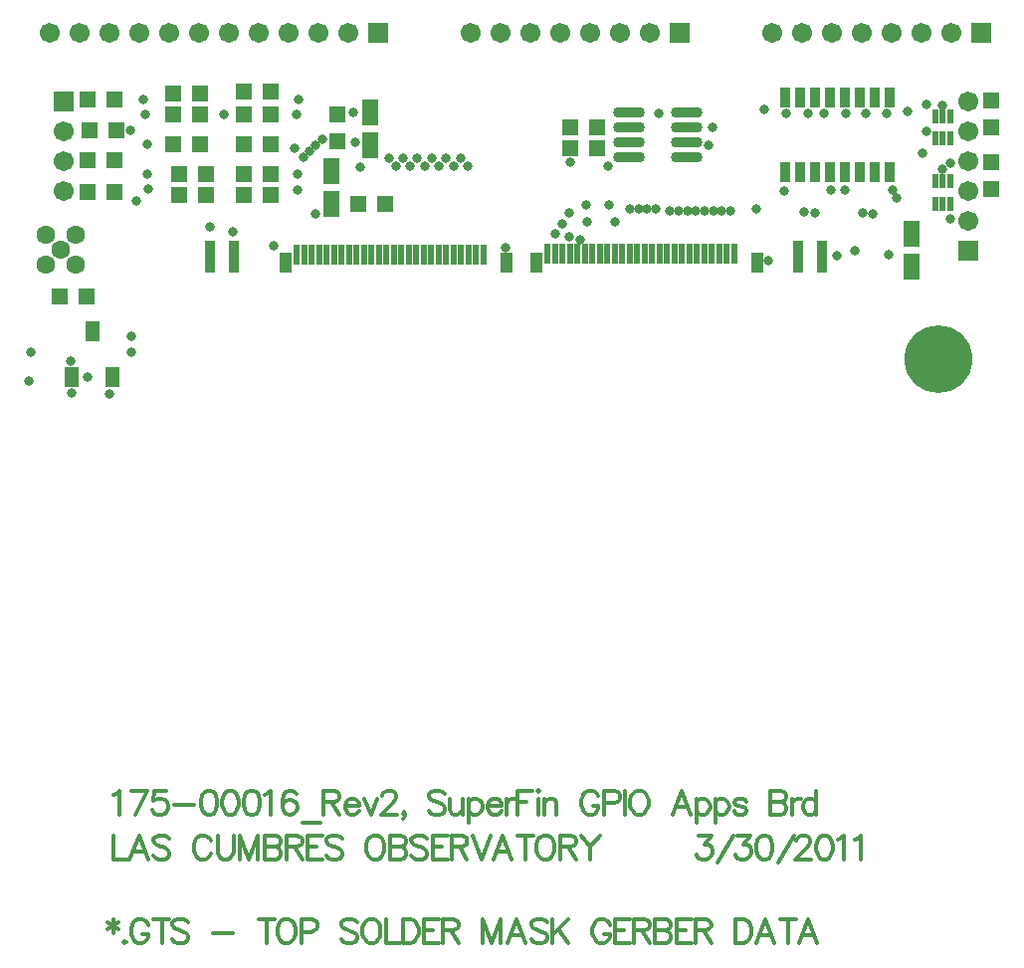
<source format=gts>
%FSLAX23Y23*%
%MOIN*%
G70*
G01*
G75*
G04 Layer_Color=8388736*
%ADD10R,0.030X0.060*%
%ADD11R,0.048X0.078*%
%ADD12R,0.050X0.050*%
%ADD13R,0.016X0.041*%
%ADD14O,0.098X0.028*%
%ADD15R,0.030X0.100*%
%ADD16R,0.014X0.060*%
%ADD17R,0.031X0.060*%
%ADD18R,0.039X0.059*%
%ADD19R,0.050X0.050*%
%ADD20C,0.005*%
%ADD21C,0.020*%
%ADD22C,0.010*%
%ADD23C,0.012*%
%ADD24C,0.012*%
%ADD25C,0.012*%
%ADD26C,0.055*%
%ADD27R,0.059X0.059*%
%ADD28C,0.059*%
%ADD29R,0.059X0.059*%
%ADD30C,0.219*%
%ADD31C,0.024*%
%ADD32C,0.040*%
%ADD33C,0.073*%
G04:AMPARAMS|DCode=34|XSize=93.465mil|YSize=93.465mil|CornerRadius=0mil|HoleSize=0mil|Usage=FLASHONLY|Rotation=0.000|XOffset=0mil|YOffset=0mil|HoleType=Round|Shape=Relief|Width=10mil|Gap=10mil|Entries=4|*
%AMTHD34*
7,0,0,0.093,0.073,0.010,45*
%
%ADD34THD34*%
%ADD35C,0.075*%
G04:AMPARAMS|DCode=36|XSize=95.433mil|YSize=95.433mil|CornerRadius=0mil|HoleSize=0mil|Usage=FLASHONLY|Rotation=0.000|XOffset=0mil|YOffset=0mil|HoleType=Round|Shape=Relief|Width=10mil|Gap=10mil|Entries=4|*
%AMTHD36*
7,0,0,0.095,0.075,0.010,45*
%
%ADD36THD36*%
%ADD37C,0.206*%
%ADD38C,0.050*%
G04:AMPARAMS|DCode=39|XSize=70mil|YSize=70mil|CornerRadius=0mil|HoleSize=0mil|Usage=FLASHONLY|Rotation=0.000|XOffset=0mil|YOffset=0mil|HoleType=Round|Shape=Relief|Width=10mil|Gap=10mil|Entries=4|*
%AMTHD39*
7,0,0,0.070,0.050,0.010,45*
%
%ADD39THD39*%
%ADD40O,0.091X0.024*%
%ADD41R,0.020X0.020*%
%ADD42R,0.020X0.016*%
%ADD43O,0.079X0.024*%
%ADD44R,0.017X0.045*%
%ADD45C,0.007*%
%ADD46C,0.008*%
%ADD47C,0.010*%
%ADD48C,0.010*%
%ADD49C,0.008*%
%ADD50C,0.007*%
%ADD51C,0.006*%
%ADD52R,0.189X0.132*%
%ADD53R,0.038X0.068*%
%ADD54R,0.056X0.086*%
%ADD55R,0.058X0.058*%
%ADD56R,0.024X0.049*%
%ADD57O,0.106X0.036*%
%ADD58R,0.038X0.108*%
%ADD59R,0.022X0.068*%
%ADD60R,0.039X0.068*%
%ADD61R,0.047X0.067*%
%ADD62R,0.058X0.058*%
%ADD63C,0.063*%
%ADD64R,0.067X0.067*%
%ADD65C,0.067*%
%ADD66R,0.067X0.067*%
%ADD67C,0.227*%
%ADD68C,0.032*%
D23*
X21602Y13720D02*
Y13675D01*
X21583Y13709D02*
X21621Y13686D01*
Y13709D02*
X21583Y13686D01*
X21641Y13648D02*
X21637Y13644D01*
X21641Y13640D01*
X21645Y13644D01*
X21641Y13648D01*
X21720Y13701D02*
X21716Y13709D01*
X21708Y13716D01*
X21701Y13720D01*
X21685D01*
X21678Y13716D01*
X21670Y13709D01*
X21666Y13701D01*
X21662Y13690D01*
Y13671D01*
X21666Y13659D01*
X21670Y13652D01*
X21678Y13644D01*
X21685Y13640D01*
X21701D01*
X21708Y13644D01*
X21716Y13652D01*
X21720Y13659D01*
Y13671D01*
X21701D02*
X21720D01*
X21765Y13720D02*
Y13640D01*
X21738Y13720D02*
X21791D01*
X21854Y13709D02*
X21846Y13716D01*
X21835Y13720D01*
X21820D01*
X21808Y13716D01*
X21801Y13709D01*
Y13701D01*
X21805Y13694D01*
X21808Y13690D01*
X21816Y13686D01*
X21839Y13678D01*
X21846Y13675D01*
X21850Y13671D01*
X21854Y13663D01*
Y13652D01*
X21846Y13644D01*
X21835Y13640D01*
X21820D01*
X21808Y13644D01*
X21801Y13652D01*
X21935Y13675D02*
X22003D01*
X22116Y13720D02*
Y13640D01*
X22090Y13720D02*
X22143D01*
X22176D02*
X22168Y13716D01*
X22160Y13709D01*
X22156Y13701D01*
X22153Y13690D01*
Y13671D01*
X22156Y13659D01*
X22160Y13652D01*
X22168Y13644D01*
X22176Y13640D01*
X22191D01*
X22198Y13644D01*
X22206Y13652D01*
X22210Y13659D01*
X22214Y13671D01*
Y13690D01*
X22210Y13701D01*
X22206Y13709D01*
X22198Y13716D01*
X22191Y13720D01*
X22176D01*
X22232Y13678D02*
X22267D01*
X22278Y13682D01*
X22282Y13686D01*
X22286Y13694D01*
Y13705D01*
X22282Y13713D01*
X22278Y13716D01*
X22267Y13720D01*
X22232D01*
Y13640D01*
X22420Y13709D02*
X22412Y13716D01*
X22401Y13720D01*
X22385D01*
X22374Y13716D01*
X22366Y13709D01*
Y13701D01*
X22370Y13694D01*
X22374Y13690D01*
X22382Y13686D01*
X22404Y13678D01*
X22412Y13675D01*
X22416Y13671D01*
X22420Y13663D01*
Y13652D01*
X22412Y13644D01*
X22401Y13640D01*
X22385D01*
X22374Y13644D01*
X22366Y13652D01*
X22460Y13720D02*
X22453Y13716D01*
X22445Y13709D01*
X22441Y13701D01*
X22438Y13690D01*
Y13671D01*
X22441Y13659D01*
X22445Y13652D01*
X22453Y13644D01*
X22460Y13640D01*
X22476D01*
X22483Y13644D01*
X22491Y13652D01*
X22495Y13659D01*
X22498Y13671D01*
Y13690D01*
X22495Y13701D01*
X22491Y13709D01*
X22483Y13716D01*
X22476Y13720D01*
X22460D01*
X22517D02*
Y13640D01*
X22563D01*
X22572Y13720D02*
Y13640D01*
Y13720D02*
X22598D01*
X22610Y13716D01*
X22617Y13709D01*
X22621Y13701D01*
X22625Y13690D01*
Y13671D01*
X22621Y13659D01*
X22617Y13652D01*
X22610Y13644D01*
X22598Y13640D01*
X22572D01*
X22692Y13720D02*
X22643D01*
Y13640D01*
X22692D01*
X22643Y13682D02*
X22673D01*
X22706Y13720D02*
Y13640D01*
Y13720D02*
X22740D01*
X22751Y13716D01*
X22755Y13713D01*
X22759Y13705D01*
Y13697D01*
X22755Y13690D01*
X22751Y13686D01*
X22740Y13682D01*
X22706D01*
X22732D02*
X22759Y13640D01*
X22840Y13720D02*
Y13640D01*
Y13720D02*
X22870Y13640D01*
X22901Y13720D02*
X22870Y13640D01*
X22901Y13720D02*
Y13640D01*
X22984D02*
X22954Y13720D01*
X22924Y13640D01*
X22935Y13667D02*
X22973D01*
X23056Y13709D02*
X23049Y13716D01*
X23037Y13720D01*
X23022D01*
X23011Y13716D01*
X23003Y13709D01*
Y13701D01*
X23007Y13694D01*
X23011Y13690D01*
X23018Y13686D01*
X23041Y13678D01*
X23049Y13675D01*
X23053Y13671D01*
X23056Y13663D01*
Y13652D01*
X23049Y13644D01*
X23037Y13640D01*
X23022D01*
X23011Y13644D01*
X23003Y13652D01*
X23074Y13720D02*
Y13640D01*
X23128Y13720D02*
X23074Y13667D01*
X23093Y13686D02*
X23128Y13640D01*
X23266Y13701D02*
X23262Y13709D01*
X23254Y13716D01*
X23247Y13720D01*
X23231D01*
X23224Y13716D01*
X23216Y13709D01*
X23212Y13701D01*
X23208Y13690D01*
Y13671D01*
X23212Y13659D01*
X23216Y13652D01*
X23224Y13644D01*
X23231Y13640D01*
X23247D01*
X23254Y13644D01*
X23262Y13652D01*
X23266Y13659D01*
Y13671D01*
X23247D02*
X23266D01*
X23333Y13720D02*
X23284D01*
Y13640D01*
X23333D01*
X23284Y13682D02*
X23314D01*
X23347Y13720D02*
Y13640D01*
Y13720D02*
X23381D01*
X23392Y13716D01*
X23396Y13713D01*
X23400Y13705D01*
Y13697D01*
X23396Y13690D01*
X23392Y13686D01*
X23381Y13682D01*
X23347D01*
X23373D02*
X23400Y13640D01*
X23418Y13720D02*
Y13640D01*
Y13720D02*
X23452D01*
X23464Y13716D01*
X23467Y13713D01*
X23471Y13705D01*
Y13697D01*
X23467Y13690D01*
X23464Y13686D01*
X23452Y13682D01*
X23418D02*
X23452D01*
X23464Y13678D01*
X23467Y13675D01*
X23471Y13667D01*
Y13656D01*
X23467Y13648D01*
X23464Y13644D01*
X23452Y13640D01*
X23418D01*
X23539Y13720D02*
X23489D01*
Y13640D01*
X23539D01*
X23489Y13682D02*
X23520D01*
X23552Y13720D02*
Y13640D01*
Y13720D02*
X23586D01*
X23598Y13716D01*
X23601Y13713D01*
X23605Y13705D01*
Y13697D01*
X23601Y13690D01*
X23598Y13686D01*
X23586Y13682D01*
X23552D01*
X23579D02*
X23605Y13640D01*
X23686Y13720D02*
Y13640D01*
Y13720D02*
X23713D01*
X23724Y13716D01*
X23732Y13709D01*
X23736Y13701D01*
X23739Y13690D01*
Y13671D01*
X23736Y13659D01*
X23732Y13652D01*
X23724Y13644D01*
X23713Y13640D01*
X23686D01*
X23818D02*
X23788Y13720D01*
X23757Y13640D01*
X23769Y13667D02*
X23807D01*
X23864Y13720D02*
Y13640D01*
X23837Y13720D02*
X23890D01*
X23961Y13640D02*
X23930Y13720D01*
X23900Y13640D01*
X23911Y13667D02*
X23949D01*
D24*
X21604Y14136D02*
X21612Y14139D01*
X21623Y14151D01*
Y14071D01*
X21716Y14151D02*
X21678Y14071D01*
X21663Y14151D02*
X21716D01*
X21779D02*
X21741D01*
X21738Y14117D01*
X21741Y14120D01*
X21753Y14124D01*
X21764D01*
X21776Y14120D01*
X21783Y14113D01*
X21787Y14101D01*
Y14094D01*
X21783Y14082D01*
X21776Y14075D01*
X21764Y14071D01*
X21753D01*
X21741Y14075D01*
X21738Y14079D01*
X21734Y14086D01*
X21805Y14105D02*
X21874D01*
X21920Y14151D02*
X21909Y14147D01*
X21901Y14136D01*
X21897Y14117D01*
Y14105D01*
X21901Y14086D01*
X21909Y14075D01*
X21920Y14071D01*
X21928D01*
X21939Y14075D01*
X21947Y14086D01*
X21950Y14105D01*
Y14117D01*
X21947Y14136D01*
X21939Y14147D01*
X21928Y14151D01*
X21920D01*
X21991D02*
X21980Y14147D01*
X21972Y14136D01*
X21968Y14117D01*
Y14105D01*
X21972Y14086D01*
X21980Y14075D01*
X21991Y14071D01*
X21999D01*
X22010Y14075D01*
X22018Y14086D01*
X22022Y14105D01*
Y14117D01*
X22018Y14136D01*
X22010Y14147D01*
X21999Y14151D01*
X21991D01*
X22062D02*
X22051Y14147D01*
X22043Y14136D01*
X22040Y14117D01*
Y14105D01*
X22043Y14086D01*
X22051Y14075D01*
X22062Y14071D01*
X22070D01*
X22082Y14075D01*
X22089Y14086D01*
X22093Y14105D01*
Y14117D01*
X22089Y14136D01*
X22082Y14147D01*
X22070Y14151D01*
X22062D01*
X22111Y14136D02*
X22118Y14139D01*
X22130Y14151D01*
Y14071D01*
X22215Y14139D02*
X22211Y14147D01*
X22200Y14151D01*
X22192D01*
X22181Y14147D01*
X22173Y14136D01*
X22169Y14117D01*
Y14098D01*
X22173Y14082D01*
X22181Y14075D01*
X22192Y14071D01*
X22196D01*
X22208Y14075D01*
X22215Y14082D01*
X22219Y14094D01*
Y14098D01*
X22215Y14109D01*
X22208Y14117D01*
X22196Y14120D01*
X22192D01*
X22181Y14117D01*
X22173Y14109D01*
X22169Y14098D01*
X22237Y14044D02*
X22297D01*
X22308Y14151D02*
Y14071D01*
Y14151D02*
X22342D01*
X22353Y14147D01*
X22357Y14143D01*
X22361Y14136D01*
Y14128D01*
X22357Y14120D01*
X22353Y14117D01*
X22342Y14113D01*
X22308D01*
X22334D02*
X22361Y14071D01*
X22379Y14101D02*
X22425D01*
Y14109D01*
X22421Y14117D01*
X22417Y14120D01*
X22409Y14124D01*
X22398D01*
X22390Y14120D01*
X22383Y14113D01*
X22379Y14101D01*
Y14094D01*
X22383Y14082D01*
X22390Y14075D01*
X22398Y14071D01*
X22409D01*
X22417Y14075D01*
X22425Y14082D01*
X22442Y14124D02*
X22465Y14071D01*
X22488Y14124D02*
X22465Y14071D01*
X22504Y14132D02*
Y14136D01*
X22508Y14143D01*
X22512Y14147D01*
X22520Y14151D01*
X22535D01*
X22542Y14147D01*
X22546Y14143D01*
X22550Y14136D01*
Y14128D01*
X22546Y14120D01*
X22539Y14109D01*
X22500Y14071D01*
X22554D01*
X22579Y14075D02*
X22576Y14071D01*
X22572Y14075D01*
X22576Y14079D01*
X22579Y14075D01*
Y14067D01*
X22576Y14059D01*
X22572Y14056D01*
X22713Y14139D02*
X22705Y14147D01*
X22694Y14151D01*
X22679D01*
X22667Y14147D01*
X22660Y14139D01*
Y14132D01*
X22663Y14124D01*
X22667Y14120D01*
X22675Y14117D01*
X22698Y14109D01*
X22705Y14105D01*
X22709Y14101D01*
X22713Y14094D01*
Y14082D01*
X22705Y14075D01*
X22694Y14071D01*
X22679D01*
X22667Y14075D01*
X22660Y14082D01*
X22731Y14124D02*
Y14086D01*
X22735Y14075D01*
X22742Y14071D01*
X22754D01*
X22761Y14075D01*
X22773Y14086D01*
Y14124D02*
Y14071D01*
X22794Y14124D02*
Y14044D01*
Y14113D02*
X22801Y14120D01*
X22809Y14124D01*
X22820D01*
X22828Y14120D01*
X22836Y14113D01*
X22839Y14101D01*
Y14094D01*
X22836Y14082D01*
X22828Y14075D01*
X22820Y14071D01*
X22809D01*
X22801Y14075D01*
X22794Y14082D01*
X22857Y14101D02*
X22902D01*
Y14109D01*
X22898Y14117D01*
X22895Y14120D01*
X22887Y14124D01*
X22876D01*
X22868Y14120D01*
X22860Y14113D01*
X22857Y14101D01*
Y14094D01*
X22860Y14082D01*
X22868Y14075D01*
X22876Y14071D01*
X22887D01*
X22895Y14075D01*
X22902Y14082D01*
X22919Y14124D02*
Y14071D01*
Y14101D02*
X22923Y14113D01*
X22931Y14120D01*
X22938Y14124D01*
X22950D01*
X22957Y14151D02*
Y14071D01*
Y14151D02*
X23007D01*
X22957Y14113D02*
X22988D01*
X23023Y14151D02*
X23027Y14147D01*
X23031Y14151D01*
X23027Y14155D01*
X23023Y14151D01*
X23027Y14124D02*
Y14071D01*
X23045Y14124D02*
Y14071D01*
Y14109D02*
X23057Y14120D01*
X23064Y14124D01*
X23076D01*
X23083Y14120D01*
X23087Y14109D01*
Y14071D01*
X23228Y14132D02*
X23224Y14139D01*
X23217Y14147D01*
X23209Y14151D01*
X23194D01*
X23186Y14147D01*
X23178Y14139D01*
X23175Y14132D01*
X23171Y14120D01*
Y14101D01*
X23175Y14090D01*
X23178Y14082D01*
X23186Y14075D01*
X23194Y14071D01*
X23209D01*
X23217Y14075D01*
X23224Y14082D01*
X23228Y14090D01*
Y14101D01*
X23209D02*
X23228D01*
X23246Y14109D02*
X23280D01*
X23292Y14113D01*
X23296Y14117D01*
X23300Y14124D01*
Y14136D01*
X23296Y14143D01*
X23292Y14147D01*
X23280Y14151D01*
X23246D01*
Y14071D01*
X23317Y14151D02*
Y14071D01*
X23357Y14151D02*
X23349Y14147D01*
X23342Y14139D01*
X23338Y14132D01*
X23334Y14120D01*
Y14101D01*
X23338Y14090D01*
X23342Y14082D01*
X23349Y14075D01*
X23357Y14071D01*
X23372D01*
X23380Y14075D01*
X23388Y14082D01*
X23391Y14090D01*
X23395Y14101D01*
Y14120D01*
X23391Y14132D01*
X23388Y14139D01*
X23380Y14147D01*
X23372Y14151D01*
X23357D01*
X23538Y14071D02*
X23507Y14151D01*
X23477Y14071D01*
X23488Y14098D02*
X23526D01*
X23556Y14124D02*
Y14044D01*
Y14113D02*
X23564Y14120D01*
X23571Y14124D01*
X23583D01*
X23591Y14120D01*
X23598Y14113D01*
X23602Y14101D01*
Y14094D01*
X23598Y14082D01*
X23591Y14075D01*
X23583Y14071D01*
X23571D01*
X23564Y14075D01*
X23556Y14082D01*
X23619Y14124D02*
Y14044D01*
Y14113D02*
X23627Y14120D01*
X23634Y14124D01*
X23646D01*
X23653Y14120D01*
X23661Y14113D01*
X23665Y14101D01*
Y14094D01*
X23661Y14082D01*
X23653Y14075D01*
X23646Y14071D01*
X23634D01*
X23627Y14075D01*
X23619Y14082D01*
X23724Y14113D02*
X23720Y14120D01*
X23709Y14124D01*
X23697D01*
X23686Y14120D01*
X23682Y14113D01*
X23686Y14105D01*
X23693Y14101D01*
X23712Y14098D01*
X23720Y14094D01*
X23724Y14086D01*
Y14082D01*
X23720Y14075D01*
X23709Y14071D01*
X23697D01*
X23686Y14075D01*
X23682Y14082D01*
X23803Y14151D02*
Y14071D01*
Y14151D02*
X23838D01*
X23849Y14147D01*
X23853Y14143D01*
X23857Y14136D01*
Y14128D01*
X23853Y14120D01*
X23849Y14117D01*
X23838Y14113D01*
X23803D02*
X23838D01*
X23849Y14109D01*
X23853Y14105D01*
X23857Y14098D01*
Y14086D01*
X23853Y14079D01*
X23849Y14075D01*
X23838Y14071D01*
X23803D01*
X23875Y14124D02*
Y14071D01*
Y14101D02*
X23878Y14113D01*
X23886Y14120D01*
X23894Y14124D01*
X23905D01*
X23958Y14151D02*
Y14071D01*
Y14113D02*
X23950Y14120D01*
X23943Y14124D01*
X23931D01*
X23924Y14120D01*
X23916Y14113D01*
X23912Y14101D01*
Y14094D01*
X23916Y14082D01*
X23924Y14075D01*
X23931Y14071D01*
X23943D01*
X23950Y14075D01*
X23958Y14082D01*
D25*
X21604Y14001D02*
Y13921D01*
X21650D01*
X21719D02*
X21689Y14001D01*
X21658Y13921D01*
X21670Y13948D02*
X21708D01*
X21791Y13989D02*
X21784Y13997D01*
X21772Y14001D01*
X21757D01*
X21746Y13997D01*
X21738Y13989D01*
Y13982D01*
X21742Y13974D01*
X21746Y13970D01*
X21753Y13967D01*
X21776Y13959D01*
X21784Y13955D01*
X21787Y13951D01*
X21791Y13944D01*
Y13932D01*
X21784Y13925D01*
X21772Y13921D01*
X21757D01*
X21746Y13925D01*
X21738Y13932D01*
X21929Y13982D02*
X21925Y13989D01*
X21918Y13997D01*
X21910Y14001D01*
X21895D01*
X21887Y13997D01*
X21880Y13989D01*
X21876Y13982D01*
X21872Y13970D01*
Y13951D01*
X21876Y13940D01*
X21880Y13932D01*
X21887Y13925D01*
X21895Y13921D01*
X21910D01*
X21918Y13925D01*
X21925Y13932D01*
X21929Y13940D01*
X21952Y14001D02*
Y13944D01*
X21955Y13932D01*
X21963Y13925D01*
X21974Y13921D01*
X21982D01*
X21994Y13925D01*
X22001Y13932D01*
X22005Y13944D01*
Y14001D01*
X22027D02*
Y13921D01*
Y14001D02*
X22058Y13921D01*
X22088Y14001D02*
X22058Y13921D01*
X22088Y14001D02*
Y13921D01*
X22111Y14001D02*
Y13921D01*
Y14001D02*
X22145D01*
X22157Y13997D01*
X22160Y13993D01*
X22164Y13986D01*
Y13978D01*
X22160Y13970D01*
X22157Y13967D01*
X22145Y13963D01*
X22111D02*
X22145D01*
X22157Y13959D01*
X22160Y13955D01*
X22164Y13948D01*
Y13936D01*
X22160Y13928D01*
X22157Y13925D01*
X22145Y13921D01*
X22111D01*
X22182Y14001D02*
Y13921D01*
Y14001D02*
X22216D01*
X22228Y13997D01*
X22232Y13993D01*
X22235Y13986D01*
Y13978D01*
X22232Y13970D01*
X22228Y13967D01*
X22216Y13963D01*
X22182D01*
X22209D02*
X22235Y13921D01*
X22303Y14001D02*
X22253D01*
Y13921D01*
X22303D01*
X22253Y13963D02*
X22284D01*
X22369Y13989D02*
X22362Y13997D01*
X22350Y14001D01*
X22335D01*
X22324Y13997D01*
X22316Y13989D01*
Y13982D01*
X22320Y13974D01*
X22324Y13970D01*
X22331Y13967D01*
X22354Y13959D01*
X22362Y13955D01*
X22366Y13951D01*
X22369Y13944D01*
Y13932D01*
X22362Y13925D01*
X22350Y13921D01*
X22335D01*
X22324Y13925D01*
X22316Y13932D01*
X22473Y14001D02*
X22465Y13997D01*
X22458Y13989D01*
X22454Y13982D01*
X22450Y13970D01*
Y13951D01*
X22454Y13940D01*
X22458Y13932D01*
X22465Y13925D01*
X22473Y13921D01*
X22488D01*
X22496Y13925D01*
X22504Y13932D01*
X22507Y13940D01*
X22511Y13951D01*
Y13970D01*
X22507Y13982D01*
X22504Y13989D01*
X22496Y13997D01*
X22488Y14001D01*
X22473D01*
X22530D02*
Y13921D01*
Y14001D02*
X22564D01*
X22576Y13997D01*
X22579Y13993D01*
X22583Y13986D01*
Y13978D01*
X22579Y13970D01*
X22576Y13967D01*
X22564Y13963D01*
X22530D02*
X22564D01*
X22576Y13959D01*
X22579Y13955D01*
X22583Y13948D01*
Y13936D01*
X22579Y13928D01*
X22576Y13925D01*
X22564Y13921D01*
X22530D01*
X22654Y13989D02*
X22647Y13997D01*
X22635Y14001D01*
X22620D01*
X22609Y13997D01*
X22601Y13989D01*
Y13982D01*
X22605Y13974D01*
X22609Y13970D01*
X22616Y13967D01*
X22639Y13959D01*
X22647Y13955D01*
X22651Y13951D01*
X22654Y13944D01*
Y13932D01*
X22647Y13925D01*
X22635Y13921D01*
X22620D01*
X22609Y13925D01*
X22601Y13932D01*
X22722Y14001D02*
X22672D01*
Y13921D01*
X22722D01*
X22672Y13963D02*
X22703D01*
X22735Y14001D02*
Y13921D01*
Y14001D02*
X22769D01*
X22781Y13997D01*
X22785Y13993D01*
X22788Y13986D01*
Y13978D01*
X22785Y13970D01*
X22781Y13967D01*
X22769Y13963D01*
X22735D01*
X22762D02*
X22788Y13921D01*
X22806Y14001D02*
X22837Y13921D01*
X22867Y14001D02*
X22837Y13921D01*
X22938D02*
X22908Y14001D01*
X22878Y13921D01*
X22889Y13948D02*
X22927D01*
X22984Y14001D02*
Y13921D01*
X22957Y14001D02*
X23010D01*
X23043D02*
X23035Y13997D01*
X23028Y13989D01*
X23024Y13982D01*
X23020Y13970D01*
Y13951D01*
X23024Y13940D01*
X23028Y13932D01*
X23035Y13925D01*
X23043Y13921D01*
X23058D01*
X23066Y13925D01*
X23073Y13932D01*
X23077Y13940D01*
X23081Y13951D01*
Y13970D01*
X23077Y13982D01*
X23073Y13989D01*
X23066Y13997D01*
X23058Y14001D01*
X23043D01*
X23100D02*
Y13921D01*
Y14001D02*
X23134D01*
X23145Y13997D01*
X23149Y13993D01*
X23153Y13986D01*
Y13978D01*
X23149Y13970D01*
X23145Y13967D01*
X23134Y13963D01*
X23100D01*
X23126D02*
X23153Y13921D01*
X23171Y14001D02*
X23201Y13963D01*
Y13921D01*
X23232Y14001D02*
X23201Y13963D01*
X23564Y14001D02*
X23606D01*
X23583Y13970D01*
X23594D01*
X23602Y13967D01*
X23606Y13963D01*
X23610Y13951D01*
Y13944D01*
X23606Y13932D01*
X23598Y13925D01*
X23587Y13921D01*
X23575D01*
X23564Y13925D01*
X23560Y13928D01*
X23556Y13936D01*
X23627Y13909D02*
X23681Y14001D01*
X23694D02*
X23736D01*
X23713Y13970D01*
X23724D01*
X23732Y13967D01*
X23736Y13963D01*
X23739Y13951D01*
Y13944D01*
X23736Y13932D01*
X23728Y13925D01*
X23717Y13921D01*
X23705D01*
X23694Y13925D01*
X23690Y13928D01*
X23686Y13936D01*
X23780Y14001D02*
X23769Y13997D01*
X23761Y13986D01*
X23757Y13967D01*
Y13955D01*
X23761Y13936D01*
X23769Y13925D01*
X23780Y13921D01*
X23788D01*
X23799Y13925D01*
X23807Y13936D01*
X23811Y13955D01*
Y13967D01*
X23807Y13986D01*
X23799Y13997D01*
X23788Y14001D01*
X23780D01*
X23829Y13909D02*
X23882Y14001D01*
X23891Y13982D02*
Y13986D01*
X23895Y13993D01*
X23899Y13997D01*
X23906Y14001D01*
X23922D01*
X23929Y13997D01*
X23933Y13993D01*
X23937Y13986D01*
Y13978D01*
X23933Y13970D01*
X23925Y13959D01*
X23887Y13921D01*
X23941D01*
X23981Y14001D02*
X23970Y13997D01*
X23962Y13986D01*
X23958Y13967D01*
Y13955D01*
X23962Y13936D01*
X23970Y13925D01*
X23981Y13921D01*
X23989D01*
X24000Y13925D01*
X24008Y13936D01*
X24012Y13955D01*
Y13967D01*
X24008Y13986D01*
X24000Y13997D01*
X23989Y14001D01*
X23981D01*
X24030Y13986D02*
X24037Y13989D01*
X24049Y14001D01*
Y13921D01*
X24088Y13986D02*
X24096Y13989D01*
X24107Y14001D01*
Y13921D01*
D53*
X24202Y16222D02*
D03*
X24152D02*
D03*
X24102D02*
D03*
X24052D02*
D03*
X24002D02*
D03*
X23952D02*
D03*
X23902D02*
D03*
X23852D02*
D03*
Y16472D02*
D03*
X23902D02*
D03*
X23952D02*
D03*
X24002D02*
D03*
X24052D02*
D03*
X24102D02*
D03*
X24152D02*
D03*
X24202D02*
D03*
D54*
X22332Y16227D02*
D03*
Y16117D02*
D03*
X22462Y16422D02*
D03*
Y16312D02*
D03*
X24277Y15907D02*
D03*
Y16017D02*
D03*
D55*
X24543Y16463D02*
D03*
Y16373D02*
D03*
X22352Y16327D02*
D03*
Y16417D02*
D03*
X24542Y16256D02*
D03*
Y16166D02*
D03*
D56*
X24406Y16336D02*
D03*
X24380D02*
D03*
X24355D02*
D03*
Y16411D02*
D03*
X24380D02*
D03*
X24406D02*
D03*
Y16118D02*
D03*
X24380D02*
D03*
X24355D02*
D03*
Y16193D02*
D03*
X24380D02*
D03*
X24406D02*
D03*
D57*
X23523Y16272D02*
D03*
Y16322D02*
D03*
Y16372D02*
D03*
Y16422D02*
D03*
X23330Y16272D02*
D03*
Y16322D02*
D03*
Y16372D02*
D03*
Y16422D02*
D03*
D58*
X23975Y15940D02*
D03*
X23896D02*
D03*
X22005Y15939D02*
D03*
X21926D02*
D03*
D59*
X22217Y15948D02*
D03*
X22242D02*
D03*
X22267D02*
D03*
X22292D02*
D03*
X22317D02*
D03*
X22342D02*
D03*
X22367D02*
D03*
X22392D02*
D03*
X22417D02*
D03*
X22442D02*
D03*
X22467D02*
D03*
X22492D02*
D03*
X22517D02*
D03*
X22542D02*
D03*
X22567D02*
D03*
X22592D02*
D03*
X22617D02*
D03*
X22642D02*
D03*
X22667D02*
D03*
X22692D02*
D03*
X22717D02*
D03*
X22742D02*
D03*
X22767D02*
D03*
X22792D02*
D03*
X22817D02*
D03*
X22842D02*
D03*
X23058Y15949D02*
D03*
X23083D02*
D03*
X23108D02*
D03*
X23133D02*
D03*
X23158D02*
D03*
X23183D02*
D03*
X23208D02*
D03*
X23233D02*
D03*
X23258D02*
D03*
X23283D02*
D03*
X23308D02*
D03*
X23333D02*
D03*
X23358D02*
D03*
X23383D02*
D03*
X23408D02*
D03*
X23433D02*
D03*
X23458D02*
D03*
X23483D02*
D03*
X23508D02*
D03*
X23533D02*
D03*
X23558D02*
D03*
X23583D02*
D03*
X23608D02*
D03*
X23633D02*
D03*
X23658D02*
D03*
X23683D02*
D03*
D60*
X22180Y15921D02*
D03*
X22920D02*
D03*
X23760D02*
D03*
X23020D02*
D03*
D61*
X21601Y15538D02*
D03*
X21532Y15691D02*
D03*
X21463Y15538D02*
D03*
D62*
X21803Y16317D02*
D03*
X21893D02*
D03*
X22130D02*
D03*
X22040D02*
D03*
X22422Y16117D02*
D03*
X22512D02*
D03*
X23222Y16372D02*
D03*
X23132D02*
D03*
Y16302D02*
D03*
X23222D02*
D03*
X21912Y16147D02*
D03*
X21822D02*
D03*
X21912Y16217D02*
D03*
X21822D02*
D03*
X21517Y16262D02*
D03*
X21607D02*
D03*
X21893Y16487D02*
D03*
X21803D02*
D03*
X21893Y16417D02*
D03*
X21803D02*
D03*
X21517Y16467D02*
D03*
X21607D02*
D03*
X22040Y16492D02*
D03*
X22130D02*
D03*
X22040Y16417D02*
D03*
X22130D02*
D03*
X21522Y16362D02*
D03*
X21612D02*
D03*
X22040Y16147D02*
D03*
X22130D02*
D03*
X22040Y16217D02*
D03*
X22130D02*
D03*
X21517Y16157D02*
D03*
X21607D02*
D03*
X21512Y15807D02*
D03*
X21422D02*
D03*
D63*
X21427Y15962D02*
D03*
X21377Y15912D02*
D03*
Y16012D02*
D03*
X21477D02*
D03*
Y15912D02*
D03*
D64*
X23500Y16690D02*
D03*
X22491Y16690D02*
D03*
X24510Y16690D02*
D03*
D65*
X23400D02*
D03*
X23300D02*
D03*
X23200D02*
D03*
X23100D02*
D03*
X23000D02*
D03*
X22900D02*
D03*
X22800D02*
D03*
X24466Y16461D02*
D03*
Y16361D02*
D03*
Y16261D02*
D03*
Y16161D02*
D03*
Y16061D02*
D03*
X21438Y16361D02*
D03*
Y16261D02*
D03*
Y16161D02*
D03*
X21391Y16690D02*
D03*
X21491D02*
D03*
X21591D02*
D03*
X21691D02*
D03*
X21791D02*
D03*
X21891D02*
D03*
X21991D02*
D03*
X22091D02*
D03*
X22191D02*
D03*
X22291D02*
D03*
X22391D02*
D03*
X24410Y16690D02*
D03*
X24310D02*
D03*
X24210D02*
D03*
X24110D02*
D03*
X24010D02*
D03*
X23910D02*
D03*
X23810D02*
D03*
D66*
X24466Y15961D02*
D03*
X21438Y16461D02*
D03*
D67*
X24367Y15596D02*
D03*
D68*
X24325Y16361D02*
D03*
X24406Y16255D02*
D03*
X24227Y16137D02*
D03*
X24406Y16068D02*
D03*
X24328Y16450D02*
D03*
X24379Y16233D02*
D03*
X24380Y16447D02*
D03*
X23916Y16089D02*
D03*
X23261Y16243D02*
D03*
X23131Y16006D02*
D03*
X22412Y16324D02*
D03*
X22429Y16239D02*
D03*
X22408Y16423D02*
D03*
X22281Y16082D02*
D03*
X24201Y15947D02*
D03*
X24085Y15961D02*
D03*
X23757Y16101D02*
D03*
X23131Y16087D02*
D03*
X21926Y16039D02*
D03*
X22004Y16022D02*
D03*
X23596Y16313D02*
D03*
X23132Y16258D02*
D03*
X23431Y16421D02*
D03*
X23609Y16373D02*
D03*
X22223Y16467D02*
D03*
X22216Y16418D02*
D03*
X22221Y16165D02*
D03*
Y16216D02*
D03*
X21973Y16418D02*
D03*
X22209Y16302D02*
D03*
X21720Y16168D02*
D03*
X21717Y16216D02*
D03*
X21715Y16318D02*
D03*
X21702Y16467D02*
D03*
X21710Y16417D02*
D03*
X22140Y15976D02*
D03*
X24028Y15943D02*
D03*
X23795Y15927D02*
D03*
X22917Y15971D02*
D03*
X23167Y15998D02*
D03*
X23191Y16058D02*
D03*
X23188Y16114D02*
D03*
X23082Y16016D02*
D03*
X23108Y16051D02*
D03*
X23284Y16056D02*
D03*
X23262Y16115D02*
D03*
X22240Y16272D02*
D03*
X22261Y16292D02*
D03*
X22281Y16313D02*
D03*
X22302Y16333D02*
D03*
X22790Y16245D02*
D03*
X22573Y16269D02*
D03*
X22525D02*
D03*
X23420Y16100D02*
D03*
X23391D02*
D03*
X23362D02*
D03*
X23333D02*
D03*
X23670Y16093D02*
D03*
X23641D02*
D03*
X23612D02*
D03*
X23467D02*
D03*
X23496D02*
D03*
X23525D02*
D03*
X23554D02*
D03*
X23583D02*
D03*
X24213Y16165D02*
D03*
X24147Y16084D02*
D03*
X24113Y16087D02*
D03*
X24053Y16163D02*
D03*
X24005Y16165D02*
D03*
X23952Y16088D02*
D03*
X23850Y16159D02*
D03*
X23784Y16435D02*
D03*
X23857Y16420D02*
D03*
X23929Y16421D02*
D03*
X23983Y16420D02*
D03*
X24057D02*
D03*
X24122Y16421D02*
D03*
X24192D02*
D03*
X24313Y16286D02*
D03*
X24264Y16428D02*
D03*
X21661Y16363D02*
D03*
X21679Y16126D02*
D03*
X22766Y16269D02*
D03*
X22670D02*
D03*
X22621D02*
D03*
X22549Y16245D02*
D03*
X22597D02*
D03*
X22645D02*
D03*
X22742D02*
D03*
X22694D02*
D03*
X22718Y16269D02*
D03*
X21663Y15673D02*
D03*
Y15621D02*
D03*
X21461Y15591D02*
D03*
X21321Y15524D02*
D03*
X21325Y15620D02*
D03*
X21462Y15483D02*
D03*
X21518Y15537D02*
D03*
X21589Y15481D02*
D03*
M02*

</source>
